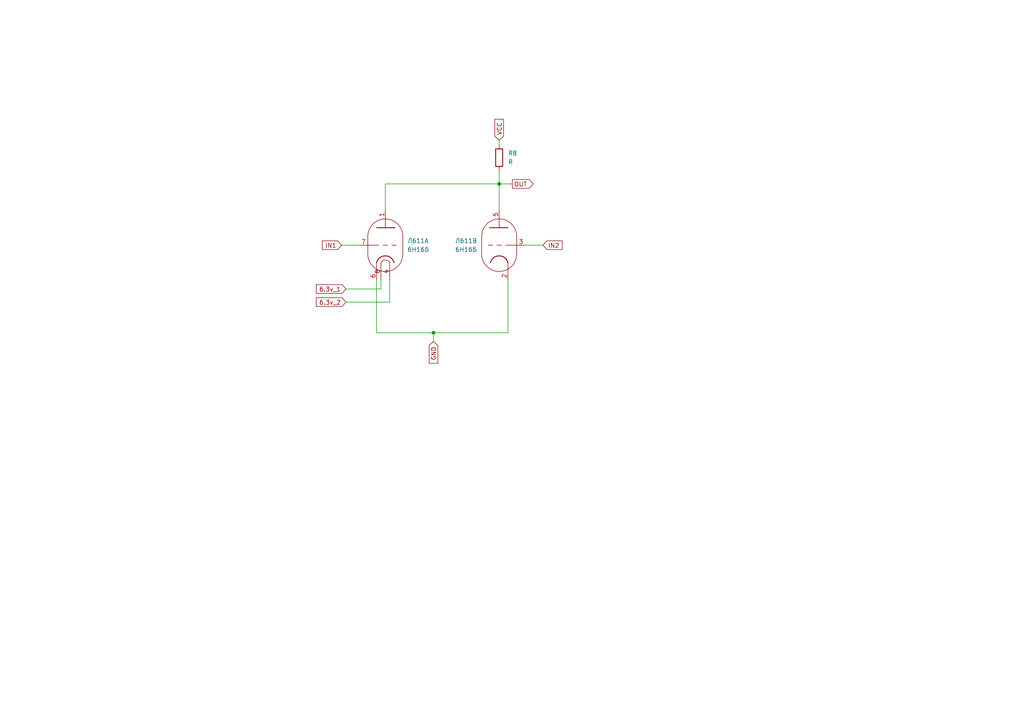
<source format=kicad_sch>
(kicad_sch
	(version 20231120)
	(generator "eeschema")
	(generator_version "8.0")
	(uuid "3c5efcc0-83ce-498c-ba81-83afbca04980")
	(paper "A4")
	(lib_symbols
		(symbol "Device:R"
			(pin_numbers hide)
			(pin_names
				(offset 0)
			)
			(exclude_from_sim no)
			(in_bom yes)
			(on_board yes)
			(property "Reference" "R"
				(at 2.032 0 90)
				(effects
					(font
						(size 1.27 1.27)
					)
				)
			)
			(property "Value" "R"
				(at 0 0 90)
				(effects
					(font
						(size 1.27 1.27)
					)
				)
			)
			(property "Footprint" ""
				(at -1.778 0 90)
				(effects
					(font
						(size 1.27 1.27)
					)
					(hide yes)
				)
			)
			(property "Datasheet" "~"
				(at 0 0 0)
				(effects
					(font
						(size 1.27 1.27)
					)
					(hide yes)
				)
			)
			(property "Description" "Resistor"
				(at 0 0 0)
				(effects
					(font
						(size 1.27 1.27)
					)
					(hide yes)
				)
			)
			(property "ki_keywords" "R res resistor"
				(at 0 0 0)
				(effects
					(font
						(size 1.27 1.27)
					)
					(hide yes)
				)
			)
			(property "ki_fp_filters" "R_*"
				(at 0 0 0)
				(effects
					(font
						(size 1.27 1.27)
					)
					(hide yes)
				)
			)
			(symbol "R_0_1"
				(rectangle
					(start -1.016 -2.54)
					(end 1.016 2.54)
					(stroke
						(width 0.254)
						(type default)
					)
					(fill
						(type none)
					)
				)
			)
			(symbol "R_1_1"
				(pin passive line
					(at 0 3.81 270)
					(length 1.27)
					(name "~"
						(effects
							(font
								(size 1.27 1.27)
							)
						)
					)
					(number "1"
						(effects
							(font
								(size 1.27 1.27)
							)
						)
					)
				)
				(pin passive line
					(at 0 -3.81 90)
					(length 1.27)
					(name "~"
						(effects
							(font
								(size 1.27 1.27)
							)
						)
					)
					(number "2"
						(effects
							(font
								(size 1.27 1.27)
							)
						)
					)
				)
			)
		)
		(symbol "vacuum_tube:6Н16Б"
			(pin_names
				(offset 0) hide)
			(exclude_from_sim no)
			(in_bom yes)
			(on_board yes)
			(property "Reference" "Л"
				(at 3.302 7.874 0)
				(effects
					(font
						(size 1.27 1.27)
					)
				)
			)
			(property "Value" "6Н16Б"
				(at 8.89 -7.62 0)
				(effects
					(font
						(size 1.27 1.27)
					)
				)
			)
			(property "Footprint" ""
				(at 6.858 -10.16 0)
				(effects
					(font
						(size 1.27 1.27)
					)
					(hide yes)
				)
			)
			(property "Datasheet" ""
				(at 0 0 0)
				(effects
					(font
						(size 1.27 1.27)
					)
					(hide yes)
				)
			)
			(property "Description" "double triode"
				(at 0 0 0)
				(effects
					(font
						(size 1.27 1.27)
					)
					(hide yes)
				)
			)
			(property "ki_locked" ""
				(at 0 0 0)
				(effects
					(font
						(size 1.27 1.27)
					)
				)
			)
			(property "ki_keywords" "triode valve"
				(at 0 0 0)
				(effects
					(font
						(size 1.27 1.27)
					)
					(hide yes)
				)
			)
			(property "ki_fp_filters" "VALVE*NOVAL*P*"
				(at 0 0 0)
				(effects
					(font
						(size 1.27 1.27)
					)
					(hide yes)
				)
			)
			(symbol "6Н16Б_0_1"
				(arc
					(start -5.08 -2.54)
					(mid 0 -7.5979)
					(end 5.08 -2.54)
					(stroke
						(width 0)
						(type default)
					)
					(fill
						(type none)
					)
				)
				(polyline
					(pts
						(xy 5.08 2.54) (xy 5.08 -2.54)
					)
					(stroke
						(width 0)
						(type default)
					)
					(fill
						(type none)
					)
				)
				(polyline
					(pts
						(xy -5.08 2.54) (xy -5.08 -2.54) (xy -5.08 -2.54)
					)
					(stroke
						(width 0)
						(type default)
					)
					(fill
						(type none)
					)
				)
				(arc
					(start 5.08 2.54)
					(mid 0 7.5979)
					(end -5.08 2.54)
					(stroke
						(width 0)
						(type default)
					)
					(fill
						(type none)
					)
				)
			)
			(symbol "6Н16Б_1_0"
				(polyline
					(pts
						(xy -2.54 -5.08) (xy -2.54 -7.62)
					)
					(stroke
						(width 0)
						(type default)
					)
					(fill
						(type none)
					)
				)
				(polyline
					(pts
						(xy 0 5.08) (xy 0 7.62)
					)
					(stroke
						(width 0)
						(type default)
					)
					(fill
						(type none)
					)
				)
			)
			(symbol "6Н16Б_1_1"
				(polyline
					(pts
						(xy -5.08 0) (xy -3.175 0)
					)
					(stroke
						(width 0)
						(type default)
					)
					(fill
						(type none)
					)
				)
				(polyline
					(pts
						(xy -1.905 0) (xy -3.175 0)
					)
					(stroke
						(width 0.1524)
						(type default)
					)
					(fill
						(type none)
					)
				)
				(polyline
					(pts
						(xy -0.635 0) (xy 0.635 0)
					)
					(stroke
						(width 0.1524)
						(type default)
					)
					(fill
						(type none)
					)
				)
				(polyline
					(pts
						(xy 1.905 0) (xy 3.175 0)
					)
					(stroke
						(width 0.1524)
						(type default)
					)
					(fill
						(type none)
					)
				)
				(polyline
					(pts
						(xy -2.54 5.08) (xy 2.794 5.08) (xy 2.794 5.08)
					)
					(stroke
						(width 0.254)
						(type default)
					)
					(fill
						(type none)
					)
				)
				(arc
					(start 1.27 -5.08)
					(mid 0 -4.2951)
					(end -1.27 -5.08)
					(stroke
						(width 0)
						(type default)
					)
					(fill
						(type none)
					)
				)
				(arc
					(start 2.54 -5.08)
					(mid 0 -3.0968)
					(end -2.54 -5.08)
					(stroke
						(width 0.254)
						(type default)
					)
					(fill
						(type none)
					)
				)
				(pin output line
					(at 0 10.16 270)
					(length 2.54)
					(name "A"
						(effects
							(font
								(size 1.27 1.27)
							)
						)
					)
					(number "1"
						(effects
							(font
								(size 1.27 1.27)
							)
						)
					)
				)
				(pin power_in line
					(at 1.27 -10.16 90)
					(length 5.08)
					(name "F1"
						(effects
							(font
								(size 1.27 1.27)
							)
						)
					)
					(number "4"
						(effects
							(font
								(size 1.27 1.27)
							)
						)
					)
				)
				(pin bidirectional line
					(at -2.54 -10.16 90)
					(length 2.54)
					(name "K"
						(effects
							(font
								(size 1.27 1.27)
							)
						)
					)
					(number "6"
						(effects
							(font
								(size 1.27 1.27)
							)
						)
					)
				)
				(pin input line
					(at -7.62 0 0)
					(length 2.54)
					(name "G"
						(effects
							(font
								(size 1.27 1.27)
							)
						)
					)
					(number "7"
						(effects
							(font
								(size 1.27 1.27)
							)
						)
					)
				)
				(pin power_in line
					(at -1.27 -10.16 90)
					(length 5.08)
					(name "F1"
						(effects
							(font
								(size 1.27 1.27)
							)
						)
					)
					(number "8"
						(effects
							(font
								(size 1.27 1.27)
							)
						)
					)
				)
			)
			(symbol "6Н16Б_2_0"
				(polyline
					(pts
						(xy -2.54 -5.08) (xy -2.54 -7.62)
					)
					(stroke
						(width 0)
						(type default)
					)
					(fill
						(type none)
					)
				)
				(polyline
					(pts
						(xy 0 5.08) (xy 0 7.62)
					)
					(stroke
						(width 0)
						(type default)
					)
					(fill
						(type none)
					)
				)
			)
			(symbol "6Н16Б_2_1"
				(polyline
					(pts
						(xy -5.08 0) (xy -3.175 0)
					)
					(stroke
						(width 0)
						(type default)
					)
					(fill
						(type none)
					)
				)
				(polyline
					(pts
						(xy -1.905 0) (xy -3.175 0)
					)
					(stroke
						(width 0.1524)
						(type default)
					)
					(fill
						(type none)
					)
				)
				(polyline
					(pts
						(xy -0.635 0) (xy 0.635 0)
					)
					(stroke
						(width 0.1524)
						(type default)
					)
					(fill
						(type none)
					)
				)
				(polyline
					(pts
						(xy 1.905 0) (xy 3.175 0)
					)
					(stroke
						(width 0.1524)
						(type default)
					)
					(fill
						(type none)
					)
				)
				(polyline
					(pts
						(xy -2.54 5.08) (xy 2.794 5.08) (xy 2.794 5.08)
					)
					(stroke
						(width 0.254)
						(type default)
					)
					(fill
						(type none)
					)
				)
				(arc
					(start 2.54 -5.08)
					(mid 0 -3.0968)
					(end -2.54 -5.08)
					(stroke
						(width 0.254)
						(type default)
					)
					(fill
						(type none)
					)
				)
				(pin bidirectional line
					(at -2.54 -10.16 90)
					(length 2.54)
					(name "K"
						(effects
							(font
								(size 1.27 1.27)
							)
						)
					)
					(number "2"
						(effects
							(font
								(size 1.27 1.27)
							)
						)
					)
				)
				(pin input line
					(at -7.62 0 0)
					(length 2.54)
					(name "G"
						(effects
							(font
								(size 1.27 1.27)
							)
						)
					)
					(number "3"
						(effects
							(font
								(size 1.27 1.27)
							)
						)
					)
				)
				(pin output line
					(at 0 10.16 270)
					(length 2.54)
					(name "A"
						(effects
							(font
								(size 1.27 1.27)
							)
						)
					)
					(number "5"
						(effects
							(font
								(size 1.27 1.27)
							)
						)
					)
				)
			)
		)
	)
	(junction
		(at 125.73 96.52)
		(diameter 0)
		(color 0 0 0 0)
		(uuid "0bb6800a-6f28-4144-b4f5-c3d3df18e6c4")
	)
	(junction
		(at 144.78 53.34)
		(diameter 0)
		(color 0 0 0 0)
		(uuid "c458bb64-2297-45ad-8d57-430555f6c5fc")
	)
	(wire
		(pts
			(xy 125.73 96.52) (xy 125.73 99.06)
		)
		(stroke
			(width 0)
			(type default)
		)
		(uuid "209df87c-3b88-4ee0-a5f6-822d0964c64d")
	)
	(wire
		(pts
			(xy 125.73 96.52) (xy 147.32 96.52)
		)
		(stroke
			(width 0)
			(type default)
		)
		(uuid "3724df4c-b895-4103-b9d6-eec5545b8ff1")
	)
	(wire
		(pts
			(xy 144.78 53.34) (xy 144.78 60.96)
		)
		(stroke
			(width 0)
			(type default)
		)
		(uuid "374c9941-2ef7-4034-9baf-36df19e25890")
	)
	(wire
		(pts
			(xy 113.03 87.63) (xy 100.33 87.63)
		)
		(stroke
			(width 0)
			(type default)
		)
		(uuid "37cb4c4e-5281-41ab-8274-6f63062e12c8")
	)
	(wire
		(pts
			(xy 144.78 40.64) (xy 144.78 41.91)
		)
		(stroke
			(width 0)
			(type default)
		)
		(uuid "3a9ef945-f4b7-4088-838b-abadef5ea2e9")
	)
	(wire
		(pts
			(xy 109.22 96.52) (xy 125.73 96.52)
		)
		(stroke
			(width 0)
			(type default)
		)
		(uuid "47478a58-9797-497d-b412-9909e88ffda2")
	)
	(wire
		(pts
			(xy 147.32 81.28) (xy 147.32 96.52)
		)
		(stroke
			(width 0)
			(type default)
		)
		(uuid "6dd36f5f-a6d5-46fc-8274-fcee42044674")
	)
	(wire
		(pts
			(xy 157.48 71.12) (xy 152.4 71.12)
		)
		(stroke
			(width 0)
			(type default)
		)
		(uuid "919ff96f-6181-4de2-947d-1b6df2dfac30")
	)
	(wire
		(pts
			(xy 110.49 83.82) (xy 110.49 81.28)
		)
		(stroke
			(width 0)
			(type default)
		)
		(uuid "a5d994cf-7818-4387-a28e-b2978536ec7d")
	)
	(wire
		(pts
			(xy 111.76 53.34) (xy 111.76 60.96)
		)
		(stroke
			(width 0)
			(type default)
		)
		(uuid "bdecf129-d2be-4e50-8265-010160dec4b6")
	)
	(wire
		(pts
			(xy 144.78 49.53) (xy 144.78 53.34)
		)
		(stroke
			(width 0)
			(type default)
		)
		(uuid "c4fd06f7-fee4-42e6-9fea-028b73f3d63e")
	)
	(wire
		(pts
			(xy 113.03 81.28) (xy 113.03 87.63)
		)
		(stroke
			(width 0)
			(type default)
		)
		(uuid "c7985c9b-94b8-4308-9bcc-3ff161879db1")
	)
	(wire
		(pts
			(xy 148.59 53.34) (xy 144.78 53.34)
		)
		(stroke
			(width 0)
			(type default)
		)
		(uuid "c7da948b-5068-47e7-80ed-26ed954ea623")
	)
	(wire
		(pts
			(xy 99.06 71.12) (xy 104.14 71.12)
		)
		(stroke
			(width 0)
			(type default)
		)
		(uuid "d8b083bc-e6f5-4516-bb57-f34178bea08a")
	)
	(wire
		(pts
			(xy 100.33 83.82) (xy 110.49 83.82)
		)
		(stroke
			(width 0)
			(type default)
		)
		(uuid "eaf8a3e7-61d6-43ec-b1f4-27cea00155d9")
	)
	(wire
		(pts
			(xy 111.76 53.34) (xy 144.78 53.34)
		)
		(stroke
			(width 0)
			(type default)
		)
		(uuid "eb1d810e-d5dc-4266-ab3e-0ccfbed310f4")
	)
	(wire
		(pts
			(xy 109.22 81.28) (xy 109.22 96.52)
		)
		(stroke
			(width 0)
			(type default)
		)
		(uuid "f773547f-2336-4d54-b511-766f4442daff")
	)
	(global_label "IN2"
		(shape input)
		(at 157.48 71.12 0)
		(fields_autoplaced yes)
		(effects
			(font
				(size 1.27 1.27)
			)
			(justify left)
		)
		(uuid "002b1003-13ac-4ab2-a8e1-5e959775403c")
		(property "Intersheetrefs" "${INTERSHEET_REFS}"
			(at 163.61 71.12 0)
			(effects
				(font
					(size 1.27 1.27)
				)
				(justify left)
				(hide yes)
			)
		)
	)
	(global_label "6.3v_2"
		(shape input)
		(at 100.33 87.63 180)
		(fields_autoplaced yes)
		(effects
			(font
				(size 1.27 1.27)
			)
			(justify right)
		)
		(uuid "777d4f82-45d4-40ad-a451-8038e92816b6")
		(property "Intersheetrefs" "${INTERSHEET_REFS}"
			(at 91.2557 87.63 0)
			(effects
				(font
					(size 1.27 1.27)
				)
				(justify right)
				(hide yes)
			)
		)
	)
	(global_label "OUT"
		(shape output)
		(at 148.59 53.34 0)
		(fields_autoplaced yes)
		(effects
			(font
				(size 1.27 1.27)
			)
			(justify left)
		)
		(uuid "850970e6-a82a-4ed4-bdbc-d040c4b35f8d")
		(property "Intersheetrefs" "${INTERSHEET_REFS}"
			(at 155.2038 53.34 0)
			(effects
				(font
					(size 1.27 1.27)
				)
				(justify left)
				(hide yes)
			)
		)
	)
	(global_label "GND"
		(shape input)
		(at 125.73 99.06 270)
		(fields_autoplaced yes)
		(effects
			(font
				(size 1.27 1.27)
			)
			(justify right)
		)
		(uuid "8cbe1fde-5052-4e97-b17d-02dccf88848a")
		(property "Intersheetrefs" "${INTERSHEET_REFS}"
			(at 125.73 105.8363 90)
			(effects
				(font
					(size 1.27 1.27)
				)
				(justify right)
				(hide yes)
			)
		)
	)
	(global_label "IN1"
		(shape input)
		(at 99.06 71.12 180)
		(fields_autoplaced yes)
		(effects
			(font
				(size 1.27 1.27)
			)
			(justify right)
		)
		(uuid "b24b0868-8885-42b9-8936-6036b94c5a99")
		(property "Intersheetrefs" "${INTERSHEET_REFS}"
			(at 93.0094 71.12 0)
			(effects
				(font
					(size 1.27 1.27)
				)
				(justify right)
				(hide yes)
			)
		)
	)
	(global_label "6.3v_1"
		(shape input)
		(at 100.33 83.82 180)
		(fields_autoplaced yes)
		(effects
			(font
				(size 1.27 1.27)
			)
			(justify right)
		)
		(uuid "c1bac778-06d2-4527-930f-5a23418f6539")
		(property "Intersheetrefs" "${INTERSHEET_REFS}"
			(at 91.2557 83.82 0)
			(effects
				(font
					(size 1.27 1.27)
				)
				(justify right)
				(hide yes)
			)
		)
	)
	(global_label "VCC"
		(shape input)
		(at 144.78 40.64 90)
		(fields_autoplaced yes)
		(effects
			(font
				(size 1.27 1.27)
			)
			(justify left)
		)
		(uuid "ff88add2-3a64-4724-897b-97bbabfdb567")
		(property "Intersheetrefs" "${INTERSHEET_REFS}"
			(at 144.78 34.1056 90)
			(effects
				(font
					(size 1.27 1.27)
				)
				(justify left)
				(hide yes)
			)
		)
	)
	(symbol
		(lib_id "vacuum_tube:6Н16Б")
		(at 111.76 71.12 0)
		(unit 1)
		(exclude_from_sim no)
		(in_bom yes)
		(on_board yes)
		(dnp no)
		(uuid "6fd62a41-96c5-4935-b8d5-35fe0bff4077")
		(property "Reference" "Л611"
			(at 118.11 69.8499 0)
			(effects
				(font
					(size 1.27 1.27)
				)
				(justify left)
			)
		)
		(property "Value" "6Н16Б"
			(at 118.11 72.3899 0)
			(effects
				(font
					(size 1.27 1.27)
				)
				(justify left)
			)
		)
		(property "Footprint" ""
			(at 118.618 81.28 0)
			(effects
				(font
					(size 1.27 1.27)
				)
				(hide yes)
			)
		)
		(property "Datasheet" ""
			(at 111.76 71.12 0)
			(effects
				(font
					(size 1.27 1.27)
				)
				(hide yes)
			)
		)
		(property "Description" ""
			(at 111.76 71.12 0)
			(effects
				(font
					(size 1.27 1.27)
				)
				(hide yes)
			)
		)
		(pin "1"
			(uuid "f0b6ae15-ec21-4642-9aa2-8990ac95d668")
		)
		(pin "4"
			(uuid "11543c0e-14a9-446d-965b-5f96dc680169")
		)
		(pin "6"
			(uuid "76b311d5-c2a0-4555-aa2f-365b9d89bc21")
		)
		(pin "7"
			(uuid "fb459fd9-1fce-43ba-8b0d-db8f88e4e758")
		)
		(pin "8"
			(uuid "ba90c1c8-e274-4881-9022-9920e9dc21c5")
		)
		(pin "2"
			(uuid "5c0e76a6-d6ed-48ea-9006-048911aa42ba")
		)
		(pin "3"
			(uuid "9057b929-187a-4124-925d-959f4043d9b1")
		)
		(pin "5"
			(uuid "d74bb14f-b3b7-4f4a-9953-8f6078d897b4")
		)
		(instances
			(project "logic"
				(path "/4a711068-a8e1-4e6b-a86d-5e6a0e1204d9/94bc9d32-79cc-4075-a987-361c342a191a"
					(reference "Л611")
					(unit 1)
				)
			)
		)
	)
	(symbol
		(lib_id "Device:R")
		(at 144.78 45.72 0)
		(unit 1)
		(exclude_from_sim no)
		(in_bom yes)
		(on_board yes)
		(dnp no)
		(fields_autoplaced yes)
		(uuid "9449cd2c-46ef-4a47-afb5-10c95e3dcaa8")
		(property "Reference" "R8"
			(at 147.32 44.45 0)
			(effects
				(font
					(size 1.27 1.27)
				)
				(justify left)
			)
		)
		(property "Value" "R"
			(at 147.32 46.99 0)
			(effects
				(font
					(size 1.27 1.27)
				)
				(justify left)
			)
		)
		(property "Footprint" ""
			(at 143.002 45.72 90)
			(effects
				(font
					(size 1.27 1.27)
				)
				(hide yes)
			)
		)
		(property "Datasheet" "~"
			(at 144.78 45.72 0)
			(effects
				(font
					(size 1.27 1.27)
				)
				(hide yes)
			)
		)
		(property "Description" ""
			(at 144.78 45.72 0)
			(effects
				(font
					(size 1.27 1.27)
				)
				(hide yes)
			)
		)
		(pin "1"
			(uuid "adf25456-36ab-40e9-88f5-4bc710d592f6")
		)
		(pin "2"
			(uuid "d6802164-b2d4-4e37-9e35-484eeb7aa296")
		)
		(instances
			(project "logic"
				(path "/4a711068-a8e1-4e6b-a86d-5e6a0e1204d9/94bc9d32-79cc-4075-a987-361c342a191a"
					(reference "R8")
					(unit 1)
				)
			)
		)
	)
	(symbol
		(lib_id "vacuum_tube:6Н16Б")
		(at 144.78 71.12 0)
		(mirror y)
		(unit 2)
		(exclude_from_sim no)
		(in_bom yes)
		(on_board yes)
		(dnp no)
		(uuid "bcd49488-f750-43cf-b2f0-e2b51d985507")
		(property "Reference" "Л611"
			(at 138.43 69.8499 0)
			(effects
				(font
					(size 1.27 1.27)
				)
				(justify left)
			)
		)
		(property "Value" "6Н16Б"
			(at 138.43 72.3899 0)
			(effects
				(font
					(size 1.27 1.27)
				)
				(justify left)
			)
		)
		(property "Footprint" ""
			(at 137.922 81.28 0)
			(effects
				(font
					(size 1.27 1.27)
				)
				(hide yes)
			)
		)
		(property "Datasheet" ""
			(at 144.78 71.12 0)
			(effects
				(font
					(size 1.27 1.27)
				)
				(hide yes)
			)
		)
		(property "Description" ""
			(at 144.78 71.12 0)
			(effects
				(font
					(size 1.27 1.27)
				)
				(hide yes)
			)
		)
		(pin "1"
			(uuid "05fa4144-39b6-4448-a766-cb6d9e6f2e06")
		)
		(pin "4"
			(uuid "58984a3b-882e-4f0a-a674-553989c50274")
		)
		(pin "6"
			(uuid "3721388e-5227-491e-9225-d3291f680009")
		)
		(pin "7"
			(uuid "49dc2ccc-1467-4082-80da-e80f34687cd4")
		)
		(pin "8"
			(uuid "9cf332b2-9d8b-4441-bd70-b2eec6d1a457")
		)
		(pin "2"
			(uuid "15b69d1f-13ed-4b13-93ba-86ffdbc9ad2a")
		)
		(pin "3"
			(uuid "19393288-0243-44cc-90e9-760b456001ff")
		)
		(pin "5"
			(uuid "19edd855-7068-4ca2-bae6-b7d137f30538")
		)
		(instances
			(project "logic"
				(path "/4a711068-a8e1-4e6b-a86d-5e6a0e1204d9/94bc9d32-79cc-4075-a987-361c342a191a"
					(reference "Л611")
					(unit 2)
				)
			)
		)
	)
)

</source>
